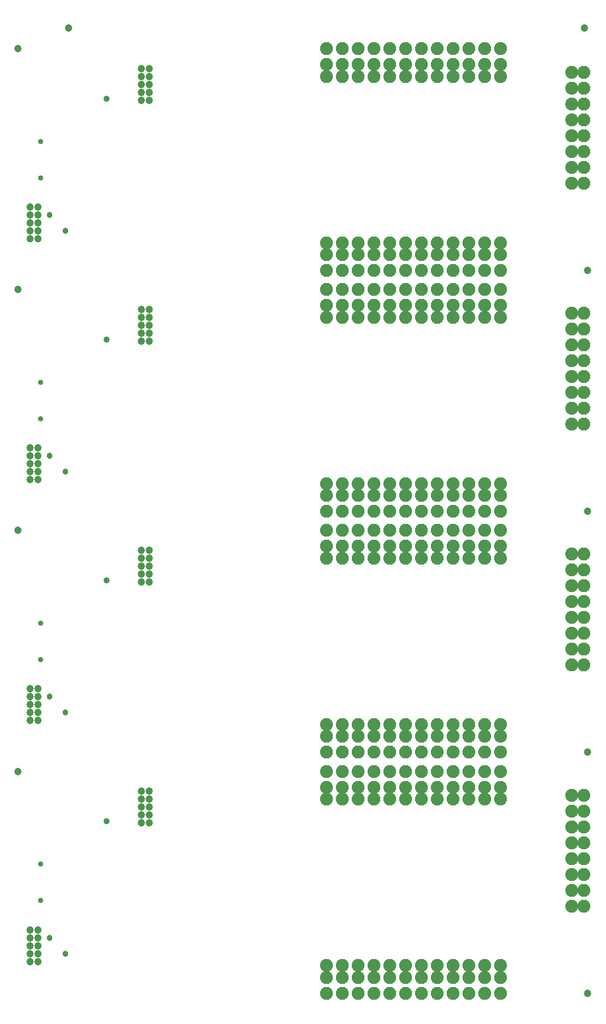
<source format=gbs>
G04 EAGLE Gerber RS-274X export*
G75*
%MOMM*%
%FSLAX34Y34*%
%LPD*%
%INSoldermask Bottom*%
%IPPOS*%
%AMOC8*
5,1,8,0,0,1.08239X$1,22.5*%
G01*
%ADD10C,1.003200*%
%ADD11C,0.853200*%
%ADD12C,1.203200*%
%ADD13C,2.082800*%
%ADD14C,0.965200*%


D10*
X154780Y288290D03*
D11*
X49050Y219400D03*
X49050Y161600D03*
D12*
X222758Y298704D03*
X222758Y311404D03*
X222758Y324104D03*
X222758Y336804D03*
X222758Y286004D03*
X210058Y298704D03*
X210058Y311404D03*
X210058Y324104D03*
X210058Y336804D03*
X210058Y286004D03*
X44450Y76200D03*
X44450Y88900D03*
X44450Y101600D03*
X44450Y114300D03*
X44450Y63500D03*
X31750Y76200D03*
X31750Y88900D03*
X31750Y101600D03*
X31750Y114300D03*
X31750Y63500D03*
D13*
X920750Y330200D03*
X920750Y304800D03*
X920750Y279400D03*
X920750Y254000D03*
X920750Y228600D03*
X920750Y203200D03*
X920750Y177800D03*
X920750Y152400D03*
X901700Y330200D03*
X901700Y304800D03*
X901700Y279400D03*
X901700Y254000D03*
X901700Y228600D03*
X901700Y203200D03*
X901700Y177800D03*
X901700Y152400D03*
X787400Y38100D03*
X762000Y38100D03*
X736600Y38100D03*
X711200Y38100D03*
X685800Y38100D03*
X660400Y38100D03*
X635000Y38100D03*
X609600Y38100D03*
X584200Y38100D03*
X558800Y38100D03*
X533400Y38100D03*
X508000Y38100D03*
X508000Y342900D03*
X533400Y342900D03*
X558800Y342900D03*
X584200Y342900D03*
X609600Y342900D03*
X635000Y342900D03*
X660400Y342900D03*
X685800Y342900D03*
X711200Y342900D03*
X736600Y342900D03*
X762000Y342900D03*
X787400Y342900D03*
X787400Y12700D03*
X762000Y12700D03*
X736600Y12700D03*
X711200Y12700D03*
X685800Y12700D03*
X660400Y12700D03*
X635000Y12700D03*
X609600Y12700D03*
X584200Y12700D03*
X558800Y12700D03*
X533400Y12700D03*
X508000Y12700D03*
X508000Y368300D03*
X533400Y368300D03*
X558800Y368300D03*
X584200Y368300D03*
X609600Y368300D03*
X635000Y368300D03*
X660400Y368300D03*
X685800Y368300D03*
X711200Y368300D03*
X736600Y368300D03*
X762000Y368300D03*
X787400Y368300D03*
X787400Y57150D03*
X762000Y57150D03*
X736600Y57150D03*
X711200Y57150D03*
X685800Y57150D03*
X660400Y57150D03*
X635000Y57150D03*
X609600Y57150D03*
X584200Y57150D03*
X558800Y57150D03*
X533400Y57150D03*
X508000Y57150D03*
X508000Y323850D03*
X533400Y323850D03*
X558800Y323850D03*
X584200Y323850D03*
X609600Y323850D03*
X635000Y323850D03*
X660400Y323850D03*
X685800Y323850D03*
X711200Y323850D03*
X736600Y323850D03*
X762000Y323850D03*
X787400Y323850D03*
D12*
X12700Y368300D03*
X927100Y12700D03*
D14*
X88900Y76200D03*
X63500Y101600D03*
D10*
X154780Y674395D03*
D11*
X49050Y605505D03*
X49050Y547705D03*
D12*
X222758Y684809D03*
X222758Y697509D03*
X222758Y710209D03*
X222758Y722909D03*
X222758Y672109D03*
X210058Y684809D03*
X210058Y697509D03*
X210058Y710209D03*
X210058Y722909D03*
X210058Y672109D03*
X44450Y462305D03*
X44450Y475005D03*
X44450Y487705D03*
X44450Y500405D03*
X44450Y449605D03*
X31750Y462305D03*
X31750Y475005D03*
X31750Y487705D03*
X31750Y500405D03*
X31750Y449605D03*
D13*
X920750Y716305D03*
X920750Y690905D03*
X920750Y665505D03*
X920750Y640105D03*
X920750Y614705D03*
X920750Y589305D03*
X920750Y563905D03*
X920750Y538505D03*
X901700Y716305D03*
X901700Y690905D03*
X901700Y665505D03*
X901700Y640105D03*
X901700Y614705D03*
X901700Y589305D03*
X901700Y563905D03*
X901700Y538505D03*
X787400Y424205D03*
X762000Y424205D03*
X736600Y424205D03*
X711200Y424205D03*
X685800Y424205D03*
X660400Y424205D03*
X635000Y424205D03*
X609600Y424205D03*
X584200Y424205D03*
X558800Y424205D03*
X533400Y424205D03*
X508000Y424205D03*
X508000Y729005D03*
X533400Y729005D03*
X558800Y729005D03*
X584200Y729005D03*
X609600Y729005D03*
X635000Y729005D03*
X660400Y729005D03*
X685800Y729005D03*
X711200Y729005D03*
X736600Y729005D03*
X762000Y729005D03*
X787400Y729005D03*
X787400Y398805D03*
X762000Y398805D03*
X736600Y398805D03*
X711200Y398805D03*
X685800Y398805D03*
X660400Y398805D03*
X635000Y398805D03*
X609600Y398805D03*
X584200Y398805D03*
X558800Y398805D03*
X533400Y398805D03*
X508000Y398805D03*
X508000Y754405D03*
X533400Y754405D03*
X558800Y754405D03*
X584200Y754405D03*
X609600Y754405D03*
X635000Y754405D03*
X660400Y754405D03*
X685800Y754405D03*
X711200Y754405D03*
X736600Y754405D03*
X762000Y754405D03*
X787400Y754405D03*
X787400Y443255D03*
X762000Y443255D03*
X736600Y443255D03*
X711200Y443255D03*
X685800Y443255D03*
X660400Y443255D03*
X635000Y443255D03*
X609600Y443255D03*
X584200Y443255D03*
X558800Y443255D03*
X533400Y443255D03*
X508000Y443255D03*
X508000Y709955D03*
X533400Y709955D03*
X558800Y709955D03*
X584200Y709955D03*
X609600Y709955D03*
X635000Y709955D03*
X660400Y709955D03*
X685800Y709955D03*
X711200Y709955D03*
X736600Y709955D03*
X762000Y709955D03*
X787400Y709955D03*
D12*
X12700Y754405D03*
X927100Y398805D03*
D14*
X88900Y462305D03*
X63500Y487705D03*
D10*
X154780Y1060501D03*
D11*
X49050Y991611D03*
X49050Y933811D03*
D12*
X222758Y1070915D03*
X222758Y1083615D03*
X222758Y1096315D03*
X222758Y1109015D03*
X222758Y1058215D03*
X210058Y1070915D03*
X210058Y1083615D03*
X210058Y1096315D03*
X210058Y1109015D03*
X210058Y1058215D03*
X44450Y848411D03*
X44450Y861111D03*
X44450Y873811D03*
X44450Y886511D03*
X44450Y835711D03*
X31750Y848411D03*
X31750Y861111D03*
X31750Y873811D03*
X31750Y886511D03*
X31750Y835711D03*
D13*
X920750Y1102411D03*
X920750Y1077011D03*
X920750Y1051611D03*
X920750Y1026211D03*
X920750Y1000811D03*
X920750Y975411D03*
X920750Y950011D03*
X920750Y924611D03*
X901700Y1102411D03*
X901700Y1077011D03*
X901700Y1051611D03*
X901700Y1026211D03*
X901700Y1000811D03*
X901700Y975411D03*
X901700Y950011D03*
X901700Y924611D03*
X787400Y810311D03*
X762000Y810311D03*
X736600Y810311D03*
X711200Y810311D03*
X685800Y810311D03*
X660400Y810311D03*
X635000Y810311D03*
X609600Y810311D03*
X584200Y810311D03*
X558800Y810311D03*
X533400Y810311D03*
X508000Y810311D03*
X508000Y1115111D03*
X533400Y1115111D03*
X558800Y1115111D03*
X584200Y1115111D03*
X609600Y1115111D03*
X635000Y1115111D03*
X660400Y1115111D03*
X685800Y1115111D03*
X711200Y1115111D03*
X736600Y1115111D03*
X762000Y1115111D03*
X787400Y1115111D03*
X787400Y784911D03*
X762000Y784911D03*
X736600Y784911D03*
X711200Y784911D03*
X685800Y784911D03*
X660400Y784911D03*
X635000Y784911D03*
X609600Y784911D03*
X584200Y784911D03*
X558800Y784911D03*
X533400Y784911D03*
X508000Y784911D03*
X508000Y1140511D03*
X533400Y1140511D03*
X558800Y1140511D03*
X584200Y1140511D03*
X609600Y1140511D03*
X635000Y1140511D03*
X660400Y1140511D03*
X685800Y1140511D03*
X711200Y1140511D03*
X736600Y1140511D03*
X762000Y1140511D03*
X787400Y1140511D03*
X787400Y829361D03*
X762000Y829361D03*
X736600Y829361D03*
X711200Y829361D03*
X685800Y829361D03*
X660400Y829361D03*
X635000Y829361D03*
X609600Y829361D03*
X584200Y829361D03*
X558800Y829361D03*
X533400Y829361D03*
X508000Y829361D03*
X508000Y1096061D03*
X533400Y1096061D03*
X558800Y1096061D03*
X584200Y1096061D03*
X609600Y1096061D03*
X635000Y1096061D03*
X660400Y1096061D03*
X685800Y1096061D03*
X711200Y1096061D03*
X736600Y1096061D03*
X762000Y1096061D03*
X787400Y1096061D03*
D12*
X12700Y1140511D03*
X927100Y784911D03*
D14*
X88900Y848411D03*
X63500Y873811D03*
D10*
X154780Y1446581D03*
D11*
X49050Y1377691D03*
X49050Y1319891D03*
D12*
X222758Y1456995D03*
X222758Y1469695D03*
X222758Y1482395D03*
X222758Y1495095D03*
X222758Y1444295D03*
X210058Y1456995D03*
X210058Y1469695D03*
X210058Y1482395D03*
X210058Y1495095D03*
X210058Y1444295D03*
X44450Y1234491D03*
X44450Y1247191D03*
X44450Y1259891D03*
X44450Y1272591D03*
X44450Y1221791D03*
X31750Y1234491D03*
X31750Y1247191D03*
X31750Y1259891D03*
X31750Y1272591D03*
X31750Y1221791D03*
D13*
X920750Y1488491D03*
X920750Y1463091D03*
X920750Y1437691D03*
X920750Y1412291D03*
X920750Y1386891D03*
X920750Y1361491D03*
X920750Y1336091D03*
X920750Y1310691D03*
X901700Y1488491D03*
X901700Y1463091D03*
X901700Y1437691D03*
X901700Y1412291D03*
X901700Y1386891D03*
X901700Y1361491D03*
X901700Y1336091D03*
X901700Y1310691D03*
X787400Y1196391D03*
X762000Y1196391D03*
X736600Y1196391D03*
X711200Y1196391D03*
X685800Y1196391D03*
X660400Y1196391D03*
X635000Y1196391D03*
X609600Y1196391D03*
X584200Y1196391D03*
X558800Y1196391D03*
X533400Y1196391D03*
X508000Y1196391D03*
X508000Y1501191D03*
X533400Y1501191D03*
X558800Y1501191D03*
X584200Y1501191D03*
X609600Y1501191D03*
X635000Y1501191D03*
X660400Y1501191D03*
X685800Y1501191D03*
X711200Y1501191D03*
X736600Y1501191D03*
X762000Y1501191D03*
X787400Y1501191D03*
X787400Y1170991D03*
X762000Y1170991D03*
X736600Y1170991D03*
X711200Y1170991D03*
X685800Y1170991D03*
X660400Y1170991D03*
X635000Y1170991D03*
X609600Y1170991D03*
X584200Y1170991D03*
X558800Y1170991D03*
X533400Y1170991D03*
X508000Y1170991D03*
X508000Y1526591D03*
X533400Y1526591D03*
X558800Y1526591D03*
X584200Y1526591D03*
X609600Y1526591D03*
X635000Y1526591D03*
X660400Y1526591D03*
X685800Y1526591D03*
X711200Y1526591D03*
X736600Y1526591D03*
X762000Y1526591D03*
X787400Y1526591D03*
X787400Y1215441D03*
X762000Y1215441D03*
X736600Y1215441D03*
X711200Y1215441D03*
X685800Y1215441D03*
X660400Y1215441D03*
X635000Y1215441D03*
X609600Y1215441D03*
X584200Y1215441D03*
X558800Y1215441D03*
X533400Y1215441D03*
X508000Y1215441D03*
X508000Y1482141D03*
X533400Y1482141D03*
X558800Y1482141D03*
X584200Y1482141D03*
X609600Y1482141D03*
X635000Y1482141D03*
X660400Y1482141D03*
X685800Y1482141D03*
X711200Y1482141D03*
X736600Y1482141D03*
X762000Y1482141D03*
X787400Y1482141D03*
D12*
X12700Y1526591D03*
X927100Y1170991D03*
D14*
X88900Y1234491D03*
X63500Y1259891D03*
D12*
X94005Y1560271D03*
X921436Y1560271D03*
M02*

</source>
